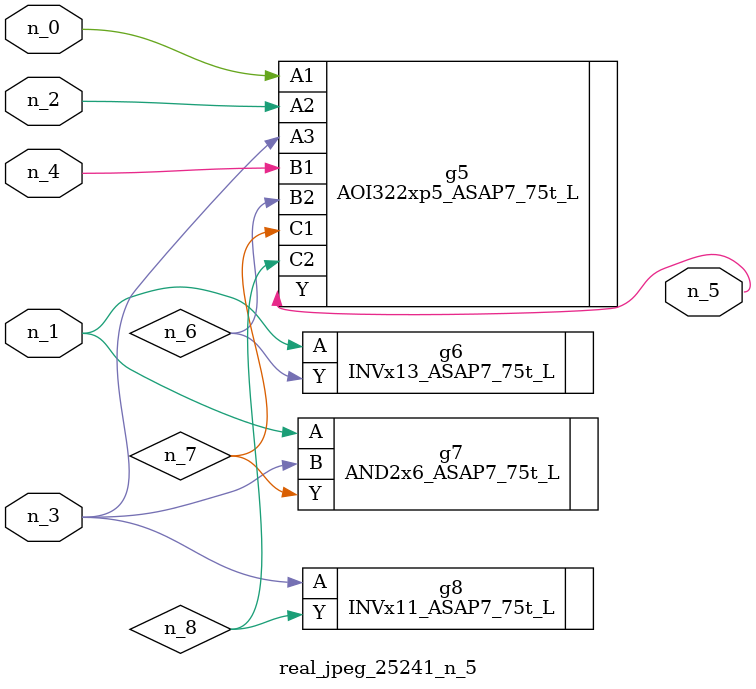
<source format=v>
module real_jpeg_25241_n_5 (n_4, n_0, n_1, n_2, n_3, n_5);

input n_4;
input n_0;
input n_1;
input n_2;
input n_3;

output n_5;

wire n_8;
wire n_6;
wire n_7;

AOI322xp5_ASAP7_75t_L g5 ( 
.A1(n_0),
.A2(n_2),
.A3(n_3),
.B1(n_4),
.B2(n_6),
.C1(n_7),
.C2(n_8),
.Y(n_5)
);

INVx13_ASAP7_75t_L g6 ( 
.A(n_1),
.Y(n_6)
);

AND2x6_ASAP7_75t_L g7 ( 
.A(n_1),
.B(n_3),
.Y(n_7)
);

INVx11_ASAP7_75t_L g8 ( 
.A(n_3),
.Y(n_8)
);


endmodule
</source>
